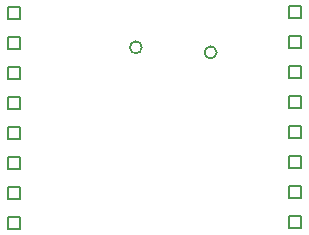
<source format=gbr>
%TF.GenerationSoftware,Altium Limited,Altium Designer,22.10.1 (41)*%
G04 Layer_Color=2752767*
%FSLAX45Y45*%
%MOMM*%
%TF.SameCoordinates,D7E988CF-99FB-4832-8B9A-B6F58F79CD6C*%
%TF.FilePolarity,Positive*%
%TF.FileFunction,Drawing*%
%TF.Part,Single*%
G01*
G75*
%TA.AperFunction,NonConductor*%
%ADD28C,0.12700*%
%ADD29C,0.16933*%
D28*
X2988407Y196850D02*
Y298450D01*
X3090007D01*
Y196850D01*
X2988407D01*
Y450850D02*
Y552450D01*
X3090007D01*
Y450850D01*
X2988407D01*
Y704850D02*
Y806450D01*
X3090007D01*
Y704850D01*
X2988407D01*
Y958850D02*
Y1060450D01*
X3090007D01*
Y958850D01*
X2988407D01*
Y1212850D02*
Y1314450D01*
X3090007D01*
Y1212850D01*
X2988407D01*
Y1466850D02*
Y1568450D01*
X3090007D01*
Y1466850D01*
X2988407D01*
Y1720850D02*
Y1822450D01*
X3090007D01*
Y1720850D01*
X2988407D01*
Y1974850D02*
Y2076450D01*
X3090007D01*
Y1974850D01*
X2988407D01*
X613507Y190475D02*
Y292075D01*
X715107D01*
Y190475D01*
X613507D01*
Y444475D02*
Y546075D01*
X715107D01*
Y444475D01*
X613507D01*
Y698475D02*
Y800075D01*
X715107D01*
Y698475D01*
X613507D01*
Y952475D02*
Y1054075D01*
X715107D01*
Y952475D01*
X613507D01*
Y1206475D02*
Y1308075D01*
X715107D01*
Y1206475D01*
X613507D01*
Y1460475D02*
Y1562075D01*
X715107D01*
Y1460475D01*
X613507D01*
Y1714475D02*
Y1816075D01*
X715107D01*
Y1714475D01*
X613507D01*
Y1968475D02*
Y2070075D01*
X715107D01*
Y1968475D01*
X613507D01*
D29*
X1745414Y1725485D02*
G03*
X1745414Y1725485I-50800J0D01*
G01*
X2378807Y1682750D02*
G03*
X2378807Y1682750I-50800J0D01*
G01*
%TF.MD5,ed97a0e6df5e573c66cc1ed5d748ebec*%
M02*

</source>
